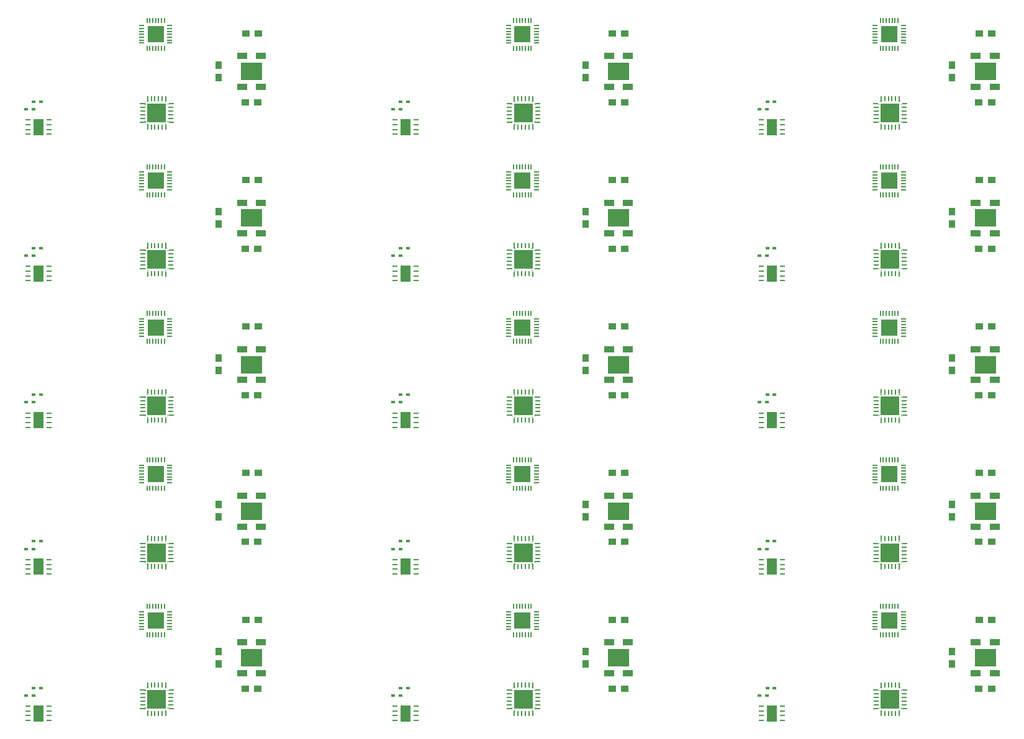
<source format=gbp>
G04*
G04 #@! TF.GenerationSoftware,Altium Limited,Altium Designer,19.0.14 (431)*
G04*
G04 Layer_Color=128*
%FSLAX44Y44*%
%MOMM*%
G71*
G01*
G75*
%ADD60R,0.5000X0.4000*%
%ADD77R,0.9000X1.0000*%
%ADD121R,0.6500X0.1500*%
%ADD122R,0.7500X0.1500*%
%ADD123R,0.1500X0.6500*%
%ADD124R,0.1500X0.7500*%
%ADD125R,2.5000X2.5000*%
%ADD126O,0.7500X0.1000*%
%ADD127O,0.1000X0.7500*%
%ADD128R,2.3000X2.3000*%
%ADD129R,3.0000X2.4000*%
%ADD130R,1.4500X0.9000*%
%ADD131R,1.0000X0.9000*%
%ADD132R,1.4000X2.2000*%
%ADD133R,0.7000X0.2000*%
G36*
X1202854Y861334D02*
X1201354D01*
Y862334D01*
X1203854D01*
X1202854Y861334D01*
D02*
G37*
G36*
X1178854D02*
X1177354D01*
X1176354Y862334D01*
X1178854D01*
Y861334D01*
D02*
G37*
G36*
X702854D02*
X701354D01*
Y862334D01*
X703854D01*
X702854Y861334D01*
D02*
G37*
G36*
X678854D02*
X677354D01*
X676354Y862334D01*
X678854D01*
Y861334D01*
D02*
G37*
G36*
X202854D02*
X201354D01*
Y862334D01*
X203854D01*
X202854Y861334D01*
D02*
G37*
G36*
X178854D02*
X177354D01*
X176354Y862334D01*
X178854D01*
Y861334D01*
D02*
G37*
G36*
X1206104Y857584D02*
X1205104D01*
Y859084D01*
X1206104Y860084D01*
Y857584D01*
D02*
G37*
G36*
X1175104Y859084D02*
Y857584D01*
X1174104D01*
Y860084D01*
X1175104Y859084D01*
D02*
G37*
G36*
X706104Y857584D02*
X705104D01*
Y859084D01*
X706104Y860084D01*
Y857584D01*
D02*
G37*
G36*
X675104Y859084D02*
Y857584D01*
X674104D01*
Y860084D01*
X675104Y859084D01*
D02*
G37*
G36*
X206104Y857584D02*
X205104D01*
Y859084D01*
X206104Y860084D01*
Y857584D01*
D02*
G37*
G36*
X175104Y859084D02*
Y857584D01*
X174104D01*
Y860084D01*
X175104Y859084D01*
D02*
G37*
G36*
X1206104Y832584D02*
X1205104Y833584D01*
Y835084D01*
X1206104D01*
Y832584D01*
D02*
G37*
G36*
X1175104Y833584D02*
X1174104Y832584D01*
Y835084D01*
X1175104D01*
Y833584D01*
D02*
G37*
G36*
X706104Y832584D02*
X705104Y833584D01*
Y835084D01*
X706104D01*
Y832584D01*
D02*
G37*
G36*
X675104Y833584D02*
X674104Y832584D01*
Y835084D01*
X675104D01*
Y833584D01*
D02*
G37*
G36*
X206104Y832584D02*
X205104Y833584D01*
Y835084D01*
X206104D01*
Y832584D01*
D02*
G37*
G36*
X175104Y833584D02*
X174104Y832584D01*
Y835084D01*
X175104D01*
Y833584D01*
D02*
G37*
G36*
X1203854Y830334D02*
X1201354D01*
Y831334D01*
X1202854D01*
X1203854Y830334D01*
D02*
G37*
G36*
X1178854D02*
X1176354D01*
X1177354Y831334D01*
X1178854D01*
Y830334D01*
D02*
G37*
G36*
X703854D02*
X701354D01*
Y831334D01*
X702854D01*
X703854Y830334D01*
D02*
G37*
G36*
X678854D02*
X676354D01*
X677354Y831334D01*
X678854D01*
Y830334D01*
D02*
G37*
G36*
X203854D02*
X201354D01*
Y831334D01*
X202854D01*
X203854Y830334D01*
D02*
G37*
G36*
X178854D02*
X176354D01*
X177354Y831334D01*
X178854D01*
Y830334D01*
D02*
G37*
G36*
X1202854Y661334D02*
X1201354D01*
Y662334D01*
X1203854D01*
X1202854Y661334D01*
D02*
G37*
G36*
X1178854D02*
X1177354D01*
X1176354Y662334D01*
X1178854D01*
Y661334D01*
D02*
G37*
G36*
X702854D02*
X701354D01*
Y662334D01*
X703854D01*
X702854Y661334D01*
D02*
G37*
G36*
X678854D02*
X677354D01*
X676354Y662334D01*
X678854D01*
Y661334D01*
D02*
G37*
G36*
X202854D02*
X201354D01*
Y662334D01*
X203854D01*
X202854Y661334D01*
D02*
G37*
G36*
X178854D02*
X177354D01*
X176354Y662334D01*
X178854D01*
Y661334D01*
D02*
G37*
G36*
X1206104Y657584D02*
X1205104D01*
Y659084D01*
X1206104Y660084D01*
Y657584D01*
D02*
G37*
G36*
X1175104Y659084D02*
Y657584D01*
X1174104D01*
Y660084D01*
X1175104Y659084D01*
D02*
G37*
G36*
X706104Y657584D02*
X705104D01*
Y659084D01*
X706104Y660084D01*
Y657584D01*
D02*
G37*
G36*
X675104Y659084D02*
Y657584D01*
X674104D01*
Y660084D01*
X675104Y659084D01*
D02*
G37*
G36*
X206104Y657584D02*
X205104D01*
Y659084D01*
X206104Y660084D01*
Y657584D01*
D02*
G37*
G36*
X175104Y659084D02*
Y657584D01*
X174104D01*
Y660084D01*
X175104Y659084D01*
D02*
G37*
G36*
X1206104Y632584D02*
X1205104Y633584D01*
Y635084D01*
X1206104D01*
Y632584D01*
D02*
G37*
G36*
X1175104Y633584D02*
X1174104Y632584D01*
Y635084D01*
X1175104D01*
Y633584D01*
D02*
G37*
G36*
X706104Y632584D02*
X705104Y633584D01*
Y635084D01*
X706104D01*
Y632584D01*
D02*
G37*
G36*
X675104Y633584D02*
X674104Y632584D01*
Y635084D01*
X675104D01*
Y633584D01*
D02*
G37*
G36*
X206104Y632584D02*
X205104Y633584D01*
Y635084D01*
X206104D01*
Y632584D01*
D02*
G37*
G36*
X175104Y633584D02*
X174104Y632584D01*
Y635084D01*
X175104D01*
Y633584D01*
D02*
G37*
G36*
X1203854Y630334D02*
X1201354D01*
Y631334D01*
X1202854D01*
X1203854Y630334D01*
D02*
G37*
G36*
X1178854D02*
X1176354D01*
X1177354Y631334D01*
X1178854D01*
Y630334D01*
D02*
G37*
G36*
X703854D02*
X701354D01*
Y631334D01*
X702854D01*
X703854Y630334D01*
D02*
G37*
G36*
X678854D02*
X676354D01*
X677354Y631334D01*
X678854D01*
Y630334D01*
D02*
G37*
G36*
X203854D02*
X201354D01*
Y631334D01*
X202854D01*
X203854Y630334D01*
D02*
G37*
G36*
X178854D02*
X176354D01*
X177354Y631334D01*
X178854D01*
Y630334D01*
D02*
G37*
G36*
X1202854Y461334D02*
X1201354D01*
Y462334D01*
X1203854D01*
X1202854Y461334D01*
D02*
G37*
G36*
X1178854D02*
X1177354D01*
X1176354Y462334D01*
X1178854D01*
Y461334D01*
D02*
G37*
G36*
X702854D02*
X701354D01*
Y462334D01*
X703854D01*
X702854Y461334D01*
D02*
G37*
G36*
X678854D02*
X677354D01*
X676354Y462334D01*
X678854D01*
Y461334D01*
D02*
G37*
G36*
X202854D02*
X201354D01*
Y462334D01*
X203854D01*
X202854Y461334D01*
D02*
G37*
G36*
X178854D02*
X177354D01*
X176354Y462334D01*
X178854D01*
Y461334D01*
D02*
G37*
G36*
X1206104Y457584D02*
X1205104D01*
Y459084D01*
X1206104Y460084D01*
Y457584D01*
D02*
G37*
G36*
X1175104Y459084D02*
Y457584D01*
X1174104D01*
Y460084D01*
X1175104Y459084D01*
D02*
G37*
G36*
X706104Y457584D02*
X705104D01*
Y459084D01*
X706104Y460084D01*
Y457584D01*
D02*
G37*
G36*
X675104Y459084D02*
Y457584D01*
X674104D01*
Y460084D01*
X675104Y459084D01*
D02*
G37*
G36*
X206104Y457584D02*
X205104D01*
Y459084D01*
X206104Y460084D01*
Y457584D01*
D02*
G37*
G36*
X175104Y459084D02*
Y457584D01*
X174104D01*
Y460084D01*
X175104Y459084D01*
D02*
G37*
G36*
X1206104Y432584D02*
X1205104Y433584D01*
Y435084D01*
X1206104D01*
Y432584D01*
D02*
G37*
G36*
X1175104Y433584D02*
X1174104Y432584D01*
Y435084D01*
X1175104D01*
Y433584D01*
D02*
G37*
G36*
X706104Y432584D02*
X705104Y433584D01*
Y435084D01*
X706104D01*
Y432584D01*
D02*
G37*
G36*
X675104Y433584D02*
X674104Y432584D01*
Y435084D01*
X675104D01*
Y433584D01*
D02*
G37*
G36*
X206104Y432584D02*
X205104Y433584D01*
Y435084D01*
X206104D01*
Y432584D01*
D02*
G37*
G36*
X175104Y433584D02*
X174104Y432584D01*
Y435084D01*
X175104D01*
Y433584D01*
D02*
G37*
G36*
X1203854Y430334D02*
X1201354D01*
Y431334D01*
X1202854D01*
X1203854Y430334D01*
D02*
G37*
G36*
X1178854D02*
X1176354D01*
X1177354Y431334D01*
X1178854D01*
Y430334D01*
D02*
G37*
G36*
X703854D02*
X701354D01*
Y431334D01*
X702854D01*
X703854Y430334D01*
D02*
G37*
G36*
X678854D02*
X676354D01*
X677354Y431334D01*
X678854D01*
Y430334D01*
D02*
G37*
G36*
X203854D02*
X201354D01*
Y431334D01*
X202854D01*
X203854Y430334D01*
D02*
G37*
G36*
X178854D02*
X176354D01*
X177354Y431334D01*
X178854D01*
Y430334D01*
D02*
G37*
G36*
X1202854Y261334D02*
X1201354D01*
Y262334D01*
X1203854D01*
X1202854Y261334D01*
D02*
G37*
G36*
X1178854D02*
X1177354D01*
X1176354Y262334D01*
X1178854D01*
Y261334D01*
D02*
G37*
G36*
X702854D02*
X701354D01*
Y262334D01*
X703854D01*
X702854Y261334D01*
D02*
G37*
G36*
X678854D02*
X677354D01*
X676354Y262334D01*
X678854D01*
Y261334D01*
D02*
G37*
G36*
X202854D02*
X201354D01*
Y262334D01*
X203854D01*
X202854Y261334D01*
D02*
G37*
G36*
X178854D02*
X177354D01*
X176354Y262334D01*
X178854D01*
Y261334D01*
D02*
G37*
G36*
X1206104Y257584D02*
X1205104D01*
Y259084D01*
X1206104Y260084D01*
Y257584D01*
D02*
G37*
G36*
X1175104Y259084D02*
Y257584D01*
X1174104D01*
Y260084D01*
X1175104Y259084D01*
D02*
G37*
G36*
X706104Y257584D02*
X705104D01*
Y259084D01*
X706104Y260084D01*
Y257584D01*
D02*
G37*
G36*
X675104Y259084D02*
Y257584D01*
X674104D01*
Y260084D01*
X675104Y259084D01*
D02*
G37*
G36*
X206104Y257584D02*
X205104D01*
Y259084D01*
X206104Y260084D01*
Y257584D01*
D02*
G37*
G36*
X175104Y259084D02*
Y257584D01*
X174104D01*
Y260084D01*
X175104Y259084D01*
D02*
G37*
G36*
X1206104Y232584D02*
X1205104Y233584D01*
Y235084D01*
X1206104D01*
Y232584D01*
D02*
G37*
G36*
X1175104Y233584D02*
X1174104Y232584D01*
Y235084D01*
X1175104D01*
Y233584D01*
D02*
G37*
G36*
X706104Y232584D02*
X705104Y233584D01*
Y235084D01*
X706104D01*
Y232584D01*
D02*
G37*
G36*
X675104Y233584D02*
X674104Y232584D01*
Y235084D01*
X675104D01*
Y233584D01*
D02*
G37*
G36*
X206104Y232584D02*
X205104Y233584D01*
Y235084D01*
X206104D01*
Y232584D01*
D02*
G37*
G36*
X175104Y233584D02*
X174104Y232584D01*
Y235084D01*
X175104D01*
Y233584D01*
D02*
G37*
G36*
X1203854Y230334D02*
X1201354D01*
Y231334D01*
X1202854D01*
X1203854Y230334D01*
D02*
G37*
G36*
X1178854D02*
X1176354D01*
X1177354Y231334D01*
X1178854D01*
Y230334D01*
D02*
G37*
G36*
X703854D02*
X701354D01*
Y231334D01*
X702854D01*
X703854Y230334D01*
D02*
G37*
G36*
X678854D02*
X676354D01*
X677354Y231334D01*
X678854D01*
Y230334D01*
D02*
G37*
G36*
X203854D02*
X201354D01*
Y231334D01*
X202854D01*
X203854Y230334D01*
D02*
G37*
G36*
X178854D02*
X176354D01*
X177354Y231334D01*
X178854D01*
Y230334D01*
D02*
G37*
G36*
X1202854Y61334D02*
X1201354D01*
Y62334D01*
X1203854D01*
X1202854Y61334D01*
D02*
G37*
G36*
X1178854D02*
X1177354D01*
X1176354Y62334D01*
X1178854D01*
Y61334D01*
D02*
G37*
G36*
X702854D02*
X701354D01*
Y62334D01*
X703854D01*
X702854Y61334D01*
D02*
G37*
G36*
X678854D02*
X677354D01*
X676354Y62334D01*
X678854D01*
Y61334D01*
D02*
G37*
G36*
X202854D02*
X201354D01*
Y62334D01*
X203854D01*
X202854Y61334D01*
D02*
G37*
G36*
X178854D02*
X177354D01*
X176354Y62334D01*
X178854D01*
Y61334D01*
D02*
G37*
G36*
X1206104Y57584D02*
X1205104D01*
Y59084D01*
X1206104Y60084D01*
Y57584D01*
D02*
G37*
G36*
X1175104Y59084D02*
Y57584D01*
X1174104D01*
Y60084D01*
X1175104Y59084D01*
D02*
G37*
G36*
X706104Y57584D02*
X705104D01*
Y59084D01*
X706104Y60084D01*
Y57584D01*
D02*
G37*
G36*
X675104Y59084D02*
Y57584D01*
X674104D01*
Y60084D01*
X675104Y59084D01*
D02*
G37*
G36*
X206104Y57584D02*
X205104D01*
Y59084D01*
X206104Y60084D01*
Y57584D01*
D02*
G37*
G36*
X175104Y59084D02*
Y57584D01*
X174104D01*
Y60084D01*
X175104Y59084D01*
D02*
G37*
G36*
X1206104Y32584D02*
X1205104Y33584D01*
Y35084D01*
X1206104D01*
Y32584D01*
D02*
G37*
G36*
X1175104Y33584D02*
X1174104Y32584D01*
Y35084D01*
X1175104D01*
Y33584D01*
D02*
G37*
G36*
X706104Y32584D02*
X705104Y33584D01*
Y35084D01*
X706104D01*
Y32584D01*
D02*
G37*
G36*
X675104Y33584D02*
X674104Y32584D01*
Y35084D01*
X675104D01*
Y33584D01*
D02*
G37*
G36*
X206104Y32584D02*
X205104Y33584D01*
Y35084D01*
X206104D01*
Y32584D01*
D02*
G37*
G36*
X175104Y33584D02*
X174104Y32584D01*
Y35084D01*
X175104D01*
Y33584D01*
D02*
G37*
G36*
X1203854Y30334D02*
X1201354D01*
Y31334D01*
X1202854D01*
X1203854Y30334D01*
D02*
G37*
G36*
X1178854D02*
X1176354D01*
X1177354Y31334D01*
X1178854D01*
Y30334D01*
D02*
G37*
G36*
X703854D02*
X701354D01*
Y31334D01*
X702854D01*
X703854Y30334D01*
D02*
G37*
G36*
X678854D02*
X676354D01*
X677354Y31334D01*
X678854D01*
Y30334D01*
D02*
G37*
G36*
X203854D02*
X201354D01*
Y31334D01*
X202854D01*
X203854Y30334D01*
D02*
G37*
G36*
X178854D02*
X176354D01*
X177354Y31334D01*
X178854D01*
Y30334D01*
D02*
G37*
D60*
X1032504Y61834D02*
D03*
X1022504D02*
D03*
X1022195Y51504D02*
D03*
X1012195D02*
D03*
X1032504Y261834D02*
D03*
X1022504D02*
D03*
X1022195Y251504D02*
D03*
X1012195D02*
D03*
X1032504Y461834D02*
D03*
X1022504D02*
D03*
X1022195Y451504D02*
D03*
X1012195D02*
D03*
X1032504Y661834D02*
D03*
X1022504D02*
D03*
X1022195Y651504D02*
D03*
X1012195D02*
D03*
X1032504Y861834D02*
D03*
X1022504D02*
D03*
X1022195Y851504D02*
D03*
X1012195D02*
D03*
X532504Y61834D02*
D03*
X522504D02*
D03*
X522195Y51504D02*
D03*
X512195D02*
D03*
X532504Y261834D02*
D03*
X522504D02*
D03*
X522195Y251504D02*
D03*
X512195D02*
D03*
X532504Y461834D02*
D03*
X522504D02*
D03*
X522195Y451504D02*
D03*
X512195D02*
D03*
X532504Y661834D02*
D03*
X522504D02*
D03*
X522195Y651504D02*
D03*
X512195D02*
D03*
X532504Y861834D02*
D03*
X522504D02*
D03*
X522195Y851504D02*
D03*
X512195D02*
D03*
X32504Y61834D02*
D03*
X22504D02*
D03*
X22195Y51504D02*
D03*
X12195D02*
D03*
X32504Y261834D02*
D03*
X22504D02*
D03*
X22195Y251504D02*
D03*
X12195D02*
D03*
X32504Y461834D02*
D03*
X22504D02*
D03*
X22195Y451504D02*
D03*
X12195D02*
D03*
X32504Y661834D02*
D03*
X22504D02*
D03*
X22195Y651504D02*
D03*
X12195D02*
D03*
X32504Y861834D02*
D03*
X22504D02*
D03*
X22195Y851504D02*
D03*
X12195D02*
D03*
D77*
X1274754Y111804D02*
D03*
Y94804D02*
D03*
Y311804D02*
D03*
Y294804D02*
D03*
Y511804D02*
D03*
Y494804D02*
D03*
Y711804D02*
D03*
Y694804D02*
D03*
Y911804D02*
D03*
Y894804D02*
D03*
X774754Y111804D02*
D03*
Y94804D02*
D03*
Y311804D02*
D03*
Y294804D02*
D03*
Y511804D02*
D03*
Y494804D02*
D03*
Y711804D02*
D03*
Y694804D02*
D03*
Y911804D02*
D03*
Y894804D02*
D03*
X274754Y111804D02*
D03*
Y94804D02*
D03*
Y311804D02*
D03*
Y294804D02*
D03*
Y511804D02*
D03*
Y494804D02*
D03*
Y711804D02*
D03*
Y694804D02*
D03*
Y911804D02*
D03*
Y894804D02*
D03*
D121*
X1209854Y58834D02*
D03*
Y33834D02*
D03*
X1170354D02*
D03*
Y58834D02*
D03*
X1209854Y258834D02*
D03*
Y233834D02*
D03*
X1170354D02*
D03*
Y258834D02*
D03*
X1209854Y458834D02*
D03*
Y433834D02*
D03*
X1170354D02*
D03*
Y458834D02*
D03*
X1209854Y658834D02*
D03*
Y633834D02*
D03*
X1170354D02*
D03*
Y658834D02*
D03*
X1209854Y858834D02*
D03*
Y833834D02*
D03*
X1170354D02*
D03*
Y858834D02*
D03*
X709854Y58834D02*
D03*
Y33834D02*
D03*
X670354D02*
D03*
Y58834D02*
D03*
X709854Y258834D02*
D03*
Y233834D02*
D03*
X670354D02*
D03*
Y258834D02*
D03*
X709854Y458834D02*
D03*
Y433834D02*
D03*
X670354D02*
D03*
Y458834D02*
D03*
X709854Y658834D02*
D03*
Y633834D02*
D03*
X670354D02*
D03*
Y658834D02*
D03*
X709854Y858834D02*
D03*
Y833834D02*
D03*
X670354D02*
D03*
Y858834D02*
D03*
X209854Y58834D02*
D03*
Y33834D02*
D03*
X170354D02*
D03*
Y58834D02*
D03*
X209854Y258834D02*
D03*
Y233834D02*
D03*
X170354D02*
D03*
Y258834D02*
D03*
X209854Y458834D02*
D03*
Y433834D02*
D03*
X170354D02*
D03*
Y458834D02*
D03*
X209854Y658834D02*
D03*
Y633834D02*
D03*
X170354D02*
D03*
Y658834D02*
D03*
X209854Y858834D02*
D03*
Y833834D02*
D03*
X170354D02*
D03*
Y858834D02*
D03*
D122*
X1209354Y53834D02*
D03*
Y48834D02*
D03*
Y43834D02*
D03*
Y38834D02*
D03*
X1170854D02*
D03*
Y43834D02*
D03*
Y48834D02*
D03*
Y53834D02*
D03*
X1209354Y253834D02*
D03*
Y248834D02*
D03*
Y243834D02*
D03*
Y238834D02*
D03*
X1170854D02*
D03*
Y243834D02*
D03*
Y248834D02*
D03*
Y253834D02*
D03*
X1209354Y453834D02*
D03*
Y448834D02*
D03*
Y443834D02*
D03*
Y438834D02*
D03*
X1170854D02*
D03*
Y443834D02*
D03*
Y448834D02*
D03*
Y453834D02*
D03*
X1209354Y653834D02*
D03*
Y648834D02*
D03*
Y643834D02*
D03*
Y638834D02*
D03*
X1170854D02*
D03*
Y643834D02*
D03*
Y648834D02*
D03*
Y653834D02*
D03*
X1209354Y853834D02*
D03*
Y848834D02*
D03*
Y843834D02*
D03*
Y838834D02*
D03*
X1170854D02*
D03*
Y843834D02*
D03*
Y848834D02*
D03*
Y853834D02*
D03*
X709354Y53834D02*
D03*
Y48834D02*
D03*
Y43834D02*
D03*
Y38834D02*
D03*
X670854D02*
D03*
Y43834D02*
D03*
Y48834D02*
D03*
Y53834D02*
D03*
X709354Y253834D02*
D03*
Y248834D02*
D03*
Y243834D02*
D03*
Y238834D02*
D03*
X670854D02*
D03*
Y243834D02*
D03*
Y248834D02*
D03*
Y253834D02*
D03*
X709354Y453834D02*
D03*
Y448834D02*
D03*
Y443834D02*
D03*
Y438834D02*
D03*
X670854D02*
D03*
Y443834D02*
D03*
Y448834D02*
D03*
Y453834D02*
D03*
X709354Y653834D02*
D03*
Y648834D02*
D03*
Y643834D02*
D03*
Y638834D02*
D03*
X670854D02*
D03*
Y643834D02*
D03*
Y648834D02*
D03*
Y653834D02*
D03*
X709354Y853834D02*
D03*
Y848834D02*
D03*
Y843834D02*
D03*
Y838834D02*
D03*
X670854D02*
D03*
Y843834D02*
D03*
Y848834D02*
D03*
Y853834D02*
D03*
X209354Y53834D02*
D03*
Y48834D02*
D03*
Y43834D02*
D03*
Y38834D02*
D03*
X170854D02*
D03*
Y43834D02*
D03*
Y48834D02*
D03*
Y53834D02*
D03*
X209354Y253834D02*
D03*
Y248834D02*
D03*
Y243834D02*
D03*
Y238834D02*
D03*
X170854D02*
D03*
Y243834D02*
D03*
Y248834D02*
D03*
Y253834D02*
D03*
X209354Y453834D02*
D03*
Y448834D02*
D03*
Y443834D02*
D03*
Y438834D02*
D03*
X170854D02*
D03*
Y443834D02*
D03*
Y448834D02*
D03*
Y453834D02*
D03*
X209354Y653834D02*
D03*
Y648834D02*
D03*
Y643834D02*
D03*
Y638834D02*
D03*
X170854D02*
D03*
Y643834D02*
D03*
Y648834D02*
D03*
Y653834D02*
D03*
X209354Y853834D02*
D03*
Y848834D02*
D03*
Y843834D02*
D03*
Y838834D02*
D03*
X170854D02*
D03*
Y843834D02*
D03*
Y848834D02*
D03*
Y853834D02*
D03*
D123*
X1202604Y26584D02*
D03*
X1177604D02*
D03*
Y66084D02*
D03*
X1202604D02*
D03*
Y226584D02*
D03*
X1177604D02*
D03*
Y266084D02*
D03*
X1202604D02*
D03*
Y426584D02*
D03*
X1177604D02*
D03*
Y466084D02*
D03*
X1202604D02*
D03*
Y626584D02*
D03*
X1177604D02*
D03*
Y666084D02*
D03*
X1202604D02*
D03*
Y826584D02*
D03*
X1177604D02*
D03*
Y866084D02*
D03*
X1202604D02*
D03*
X702604Y26584D02*
D03*
X677604D02*
D03*
Y66084D02*
D03*
X702604D02*
D03*
Y226584D02*
D03*
X677604D02*
D03*
Y266084D02*
D03*
X702604D02*
D03*
Y426584D02*
D03*
X677604D02*
D03*
Y466084D02*
D03*
X702604D02*
D03*
Y626584D02*
D03*
X677604D02*
D03*
Y666084D02*
D03*
X702604D02*
D03*
Y826584D02*
D03*
X677604D02*
D03*
Y866084D02*
D03*
X702604D02*
D03*
X202604Y26584D02*
D03*
X177604D02*
D03*
Y66084D02*
D03*
X202604D02*
D03*
Y226584D02*
D03*
X177604D02*
D03*
Y266084D02*
D03*
X202604D02*
D03*
Y426584D02*
D03*
X177604D02*
D03*
Y466084D02*
D03*
X202604D02*
D03*
Y626584D02*
D03*
X177604D02*
D03*
Y666084D02*
D03*
X202604D02*
D03*
Y826584D02*
D03*
X177604D02*
D03*
Y866084D02*
D03*
X202604D02*
D03*
D124*
X1197604Y27084D02*
D03*
X1192604D02*
D03*
X1187604D02*
D03*
X1182604D02*
D03*
Y65584D02*
D03*
X1187604D02*
D03*
X1192604D02*
D03*
X1197604D02*
D03*
Y227084D02*
D03*
X1192604D02*
D03*
X1187604D02*
D03*
X1182604D02*
D03*
Y265584D02*
D03*
X1187604D02*
D03*
X1192604D02*
D03*
X1197604D02*
D03*
Y427084D02*
D03*
X1192604D02*
D03*
X1187604D02*
D03*
X1182604D02*
D03*
Y465584D02*
D03*
X1187604D02*
D03*
X1192604D02*
D03*
X1197604D02*
D03*
Y627084D02*
D03*
X1192604D02*
D03*
X1187604D02*
D03*
X1182604D02*
D03*
Y665584D02*
D03*
X1187604D02*
D03*
X1192604D02*
D03*
X1197604D02*
D03*
Y827084D02*
D03*
X1192604D02*
D03*
X1187604D02*
D03*
X1182604D02*
D03*
Y865584D02*
D03*
X1187604D02*
D03*
X1192604D02*
D03*
X1197604D02*
D03*
X697604Y27084D02*
D03*
X692604D02*
D03*
X687604D02*
D03*
X682604D02*
D03*
Y65584D02*
D03*
X687604D02*
D03*
X692604D02*
D03*
X697604D02*
D03*
Y227084D02*
D03*
X692604D02*
D03*
X687604D02*
D03*
X682604D02*
D03*
Y265584D02*
D03*
X687604D02*
D03*
X692604D02*
D03*
X697604D02*
D03*
Y427084D02*
D03*
X692604D02*
D03*
X687604D02*
D03*
X682604D02*
D03*
Y465584D02*
D03*
X687604D02*
D03*
X692604D02*
D03*
X697604D02*
D03*
Y627084D02*
D03*
X692604D02*
D03*
X687604D02*
D03*
X682604D02*
D03*
Y665584D02*
D03*
X687604D02*
D03*
X692604D02*
D03*
X697604D02*
D03*
Y827084D02*
D03*
X692604D02*
D03*
X687604D02*
D03*
X682604D02*
D03*
Y865584D02*
D03*
X687604D02*
D03*
X692604D02*
D03*
X697604D02*
D03*
X197604Y27084D02*
D03*
X192604D02*
D03*
X187604D02*
D03*
X182604D02*
D03*
Y65584D02*
D03*
X187604D02*
D03*
X192604D02*
D03*
X197604D02*
D03*
Y227084D02*
D03*
X192604D02*
D03*
X187604D02*
D03*
X182604D02*
D03*
Y265584D02*
D03*
X187604D02*
D03*
X192604D02*
D03*
X197604D02*
D03*
Y427084D02*
D03*
X192604D02*
D03*
X187604D02*
D03*
X182604D02*
D03*
Y465584D02*
D03*
X187604D02*
D03*
X192604D02*
D03*
X197604D02*
D03*
Y627084D02*
D03*
X192604D02*
D03*
X187604D02*
D03*
X182604D02*
D03*
Y665584D02*
D03*
X187604D02*
D03*
X192604D02*
D03*
X197604D02*
D03*
Y827084D02*
D03*
X192604D02*
D03*
X187604D02*
D03*
X182604D02*
D03*
Y865584D02*
D03*
X187604D02*
D03*
X192604D02*
D03*
X197604D02*
D03*
D125*
X1190104Y46334D02*
D03*
Y246334D02*
D03*
Y446334D02*
D03*
Y646334D02*
D03*
Y846334D02*
D03*
X690104Y46334D02*
D03*
Y246334D02*
D03*
Y446334D02*
D03*
Y646334D02*
D03*
Y846334D02*
D03*
X190104Y46334D02*
D03*
Y246334D02*
D03*
Y446334D02*
D03*
Y646334D02*
D03*
Y846334D02*
D03*
D126*
X1169464Y141674D02*
D03*
Y145674D02*
D03*
Y149674D02*
D03*
Y153674D02*
D03*
Y157674D02*
D03*
Y161674D02*
D03*
Y165674D02*
D03*
X1207964D02*
D03*
Y161674D02*
D03*
Y157674D02*
D03*
Y153674D02*
D03*
Y149674D02*
D03*
Y145674D02*
D03*
Y141674D02*
D03*
X1169464Y341674D02*
D03*
Y345674D02*
D03*
Y349674D02*
D03*
Y353674D02*
D03*
Y357674D02*
D03*
Y361674D02*
D03*
Y365674D02*
D03*
X1207964D02*
D03*
Y361674D02*
D03*
Y357674D02*
D03*
Y353674D02*
D03*
Y349674D02*
D03*
Y345674D02*
D03*
Y341674D02*
D03*
X1169464Y541674D02*
D03*
Y545674D02*
D03*
Y549674D02*
D03*
Y553674D02*
D03*
Y557674D02*
D03*
Y561674D02*
D03*
Y565674D02*
D03*
X1207964D02*
D03*
Y561674D02*
D03*
Y557674D02*
D03*
Y553674D02*
D03*
Y549674D02*
D03*
Y545674D02*
D03*
Y541674D02*
D03*
X1169464Y741674D02*
D03*
Y745674D02*
D03*
Y749674D02*
D03*
Y753674D02*
D03*
Y757674D02*
D03*
Y761674D02*
D03*
Y765674D02*
D03*
X1207964D02*
D03*
Y761674D02*
D03*
Y757674D02*
D03*
Y753674D02*
D03*
Y749674D02*
D03*
Y745674D02*
D03*
Y741674D02*
D03*
X1169464Y941674D02*
D03*
Y945674D02*
D03*
Y949674D02*
D03*
Y953674D02*
D03*
Y957674D02*
D03*
Y961674D02*
D03*
Y965674D02*
D03*
X1207964D02*
D03*
Y961674D02*
D03*
Y957674D02*
D03*
Y953674D02*
D03*
Y949674D02*
D03*
Y945674D02*
D03*
Y941674D02*
D03*
X669464Y141674D02*
D03*
Y145674D02*
D03*
Y149674D02*
D03*
Y153674D02*
D03*
Y157674D02*
D03*
Y161674D02*
D03*
Y165674D02*
D03*
X707964D02*
D03*
Y161674D02*
D03*
Y157674D02*
D03*
Y153674D02*
D03*
Y149674D02*
D03*
Y145674D02*
D03*
Y141674D02*
D03*
X669464Y341674D02*
D03*
Y345674D02*
D03*
Y349674D02*
D03*
Y353674D02*
D03*
Y357674D02*
D03*
Y361674D02*
D03*
Y365674D02*
D03*
X707964D02*
D03*
Y361674D02*
D03*
Y357674D02*
D03*
Y353674D02*
D03*
Y349674D02*
D03*
Y345674D02*
D03*
Y341674D02*
D03*
X669464Y541674D02*
D03*
Y545674D02*
D03*
Y549674D02*
D03*
Y553674D02*
D03*
Y557674D02*
D03*
Y561674D02*
D03*
Y565674D02*
D03*
X707964D02*
D03*
Y561674D02*
D03*
Y557674D02*
D03*
Y553674D02*
D03*
Y549674D02*
D03*
Y545674D02*
D03*
Y541674D02*
D03*
X669464Y741674D02*
D03*
Y745674D02*
D03*
Y749674D02*
D03*
Y753674D02*
D03*
Y757674D02*
D03*
Y761674D02*
D03*
Y765674D02*
D03*
X707964D02*
D03*
Y761674D02*
D03*
Y757674D02*
D03*
Y753674D02*
D03*
Y749674D02*
D03*
Y745674D02*
D03*
Y741674D02*
D03*
X669464Y941674D02*
D03*
Y945674D02*
D03*
Y949674D02*
D03*
Y953674D02*
D03*
Y957674D02*
D03*
Y961674D02*
D03*
Y965674D02*
D03*
X707964D02*
D03*
Y961674D02*
D03*
Y957674D02*
D03*
Y953674D02*
D03*
Y949674D02*
D03*
Y945674D02*
D03*
Y941674D02*
D03*
X169464Y141674D02*
D03*
Y145674D02*
D03*
Y149674D02*
D03*
Y153674D02*
D03*
Y157674D02*
D03*
Y161674D02*
D03*
Y165674D02*
D03*
X207964D02*
D03*
Y161674D02*
D03*
Y157674D02*
D03*
Y153674D02*
D03*
Y149674D02*
D03*
Y145674D02*
D03*
Y141674D02*
D03*
X169464Y341674D02*
D03*
Y345674D02*
D03*
Y349674D02*
D03*
Y353674D02*
D03*
Y357674D02*
D03*
Y361674D02*
D03*
Y365674D02*
D03*
X207964D02*
D03*
Y361674D02*
D03*
Y357674D02*
D03*
Y353674D02*
D03*
Y349674D02*
D03*
Y345674D02*
D03*
Y341674D02*
D03*
X169464Y541674D02*
D03*
Y545674D02*
D03*
Y549674D02*
D03*
Y553674D02*
D03*
Y557674D02*
D03*
Y561674D02*
D03*
Y565674D02*
D03*
X207964D02*
D03*
Y561674D02*
D03*
Y557674D02*
D03*
Y553674D02*
D03*
Y549674D02*
D03*
Y545674D02*
D03*
Y541674D02*
D03*
X169464Y741674D02*
D03*
Y745674D02*
D03*
Y749674D02*
D03*
Y753674D02*
D03*
Y757674D02*
D03*
Y761674D02*
D03*
Y765674D02*
D03*
X207964D02*
D03*
Y761674D02*
D03*
Y757674D02*
D03*
Y753674D02*
D03*
Y749674D02*
D03*
Y745674D02*
D03*
Y741674D02*
D03*
X169464Y941674D02*
D03*
Y945674D02*
D03*
Y949674D02*
D03*
Y953674D02*
D03*
Y957674D02*
D03*
Y961674D02*
D03*
Y965674D02*
D03*
X207964D02*
D03*
Y961674D02*
D03*
Y957674D02*
D03*
Y953674D02*
D03*
Y949674D02*
D03*
Y945674D02*
D03*
Y941674D02*
D03*
D127*
X1176714Y172924D02*
D03*
X1180714D02*
D03*
X1184714D02*
D03*
X1188714D02*
D03*
X1192714D02*
D03*
X1196714D02*
D03*
X1200714D02*
D03*
Y134424D02*
D03*
X1196714D02*
D03*
X1192714D02*
D03*
X1188714D02*
D03*
X1184714D02*
D03*
X1180714D02*
D03*
X1176714D02*
D03*
Y372924D02*
D03*
X1180714D02*
D03*
X1184714D02*
D03*
X1188714D02*
D03*
X1192714D02*
D03*
X1196714D02*
D03*
X1200714D02*
D03*
Y334424D02*
D03*
X1196714D02*
D03*
X1192714D02*
D03*
X1188714D02*
D03*
X1184714D02*
D03*
X1180714D02*
D03*
X1176714D02*
D03*
Y572924D02*
D03*
X1180714D02*
D03*
X1184714D02*
D03*
X1188714D02*
D03*
X1192714D02*
D03*
X1196714D02*
D03*
X1200714D02*
D03*
Y534424D02*
D03*
X1196714D02*
D03*
X1192714D02*
D03*
X1188714D02*
D03*
X1184714D02*
D03*
X1180714D02*
D03*
X1176714D02*
D03*
Y772924D02*
D03*
X1180714D02*
D03*
X1184714D02*
D03*
X1188714D02*
D03*
X1192714D02*
D03*
X1196714D02*
D03*
X1200714D02*
D03*
Y734424D02*
D03*
X1196714D02*
D03*
X1192714D02*
D03*
X1188714D02*
D03*
X1184714D02*
D03*
X1180714D02*
D03*
X1176714D02*
D03*
Y972924D02*
D03*
X1180714D02*
D03*
X1184714D02*
D03*
X1188714D02*
D03*
X1192714D02*
D03*
X1196714D02*
D03*
X1200714D02*
D03*
Y934424D02*
D03*
X1196714D02*
D03*
X1192714D02*
D03*
X1188714D02*
D03*
X1184714D02*
D03*
X1180714D02*
D03*
X1176714D02*
D03*
X676714Y172924D02*
D03*
X680714D02*
D03*
X684714D02*
D03*
X688714D02*
D03*
X692714D02*
D03*
X696714D02*
D03*
X700714D02*
D03*
Y134424D02*
D03*
X696714D02*
D03*
X692714D02*
D03*
X688714D02*
D03*
X684714D02*
D03*
X680714D02*
D03*
X676714D02*
D03*
Y372924D02*
D03*
X680714D02*
D03*
X684714D02*
D03*
X688714D02*
D03*
X692714D02*
D03*
X696714D02*
D03*
X700714D02*
D03*
Y334424D02*
D03*
X696714D02*
D03*
X692714D02*
D03*
X688714D02*
D03*
X684714D02*
D03*
X680714D02*
D03*
X676714D02*
D03*
Y572924D02*
D03*
X680714D02*
D03*
X684714D02*
D03*
X688714D02*
D03*
X692714D02*
D03*
X696714D02*
D03*
X700714D02*
D03*
Y534424D02*
D03*
X696714D02*
D03*
X692714D02*
D03*
X688714D02*
D03*
X684714D02*
D03*
X680714D02*
D03*
X676714D02*
D03*
Y772924D02*
D03*
X680714D02*
D03*
X684714D02*
D03*
X688714D02*
D03*
X692714D02*
D03*
X696714D02*
D03*
X700714D02*
D03*
Y734424D02*
D03*
X696714D02*
D03*
X692714D02*
D03*
X688714D02*
D03*
X684714D02*
D03*
X680714D02*
D03*
X676714D02*
D03*
Y972924D02*
D03*
X680714D02*
D03*
X684714D02*
D03*
X688714D02*
D03*
X692714D02*
D03*
X696714D02*
D03*
X700714D02*
D03*
Y934424D02*
D03*
X696714D02*
D03*
X692714D02*
D03*
X688714D02*
D03*
X684714D02*
D03*
X680714D02*
D03*
X676714D02*
D03*
X176714Y172924D02*
D03*
X180714D02*
D03*
X184714D02*
D03*
X188714D02*
D03*
X192714D02*
D03*
X196714D02*
D03*
X200714D02*
D03*
Y134424D02*
D03*
X196714D02*
D03*
X192714D02*
D03*
X188714D02*
D03*
X184714D02*
D03*
X180714D02*
D03*
X176714D02*
D03*
Y372924D02*
D03*
X180714D02*
D03*
X184714D02*
D03*
X188714D02*
D03*
X192714D02*
D03*
X196714D02*
D03*
X200714D02*
D03*
Y334424D02*
D03*
X196714D02*
D03*
X192714D02*
D03*
X188714D02*
D03*
X184714D02*
D03*
X180714D02*
D03*
X176714D02*
D03*
Y572924D02*
D03*
X180714D02*
D03*
X184714D02*
D03*
X188714D02*
D03*
X192714D02*
D03*
X196714D02*
D03*
X200714D02*
D03*
Y534424D02*
D03*
X196714D02*
D03*
X192714D02*
D03*
X188714D02*
D03*
X184714D02*
D03*
X180714D02*
D03*
X176714D02*
D03*
Y772924D02*
D03*
X180714D02*
D03*
X184714D02*
D03*
X188714D02*
D03*
X192714D02*
D03*
X196714D02*
D03*
X200714D02*
D03*
Y734424D02*
D03*
X196714D02*
D03*
X192714D02*
D03*
X188714D02*
D03*
X184714D02*
D03*
X180714D02*
D03*
X176714D02*
D03*
Y972924D02*
D03*
X180714D02*
D03*
X184714D02*
D03*
X188714D02*
D03*
X192714D02*
D03*
X196714D02*
D03*
X200714D02*
D03*
Y934424D02*
D03*
X196714D02*
D03*
X192714D02*
D03*
X188714D02*
D03*
X184714D02*
D03*
X180714D02*
D03*
X176714D02*
D03*
D128*
X1188714Y153674D02*
D03*
Y353674D02*
D03*
Y553674D02*
D03*
Y753674D02*
D03*
Y953674D02*
D03*
X688714Y153674D02*
D03*
Y353674D02*
D03*
Y553674D02*
D03*
Y753674D02*
D03*
Y953674D02*
D03*
X188714Y153674D02*
D03*
Y353674D02*
D03*
Y553674D02*
D03*
Y753674D02*
D03*
Y953674D02*
D03*
D129*
X1319695Y102956D02*
D03*
Y302956D02*
D03*
Y502956D02*
D03*
Y702956D02*
D03*
Y902956D02*
D03*
X819695Y102956D02*
D03*
Y302956D02*
D03*
Y502956D02*
D03*
Y702956D02*
D03*
Y902956D02*
D03*
X319695Y102956D02*
D03*
Y302956D02*
D03*
Y502956D02*
D03*
Y702956D02*
D03*
Y902956D02*
D03*
D130*
X1306945Y81956D02*
D03*
X1332445Y123956D02*
D03*
X1306945D02*
D03*
X1332445Y81956D02*
D03*
X1306945Y281956D02*
D03*
X1332445Y323956D02*
D03*
X1306945D02*
D03*
X1332445Y281956D02*
D03*
X1306945Y481956D02*
D03*
X1332445Y523956D02*
D03*
X1306945D02*
D03*
X1332445Y481956D02*
D03*
X1306945Y681956D02*
D03*
X1332445Y723956D02*
D03*
X1306945D02*
D03*
X1332445Y681956D02*
D03*
X1306945Y881956D02*
D03*
X1332445Y923956D02*
D03*
X1306945D02*
D03*
X1332445Y881956D02*
D03*
X806945Y81956D02*
D03*
X832445Y123956D02*
D03*
X806945D02*
D03*
X832445Y81956D02*
D03*
X806945Y281956D02*
D03*
X832445Y323956D02*
D03*
X806945D02*
D03*
X832445Y281956D02*
D03*
X806945Y481956D02*
D03*
X832445Y523956D02*
D03*
X806945D02*
D03*
X832445Y481956D02*
D03*
X806945Y681956D02*
D03*
X832445Y723956D02*
D03*
X806945D02*
D03*
X832445Y681956D02*
D03*
X806945Y881956D02*
D03*
X832445Y923956D02*
D03*
X806945D02*
D03*
X832445Y881956D02*
D03*
X306945Y81956D02*
D03*
X332445Y123956D02*
D03*
X306945D02*
D03*
X332445Y81956D02*
D03*
X306945Y281956D02*
D03*
X332445Y323956D02*
D03*
X306945D02*
D03*
X332445Y281956D02*
D03*
X306945Y481956D02*
D03*
X332445Y523956D02*
D03*
X306945D02*
D03*
X332445Y481956D02*
D03*
X306945Y681956D02*
D03*
X332445Y723956D02*
D03*
X306945D02*
D03*
X332445Y681956D02*
D03*
X306945Y881956D02*
D03*
X332445Y923956D02*
D03*
X306945D02*
D03*
X332445Y881956D02*
D03*
D131*
X1311194Y61004D02*
D03*
X1328194D02*
D03*
X1311395Y155004D02*
D03*
X1328395D02*
D03*
X1311194Y261004D02*
D03*
X1328194D02*
D03*
X1311395Y355004D02*
D03*
X1328395D02*
D03*
X1311194Y461004D02*
D03*
X1328194D02*
D03*
X1311395Y555004D02*
D03*
X1328395D02*
D03*
X1311194Y661004D02*
D03*
X1328194D02*
D03*
X1311395Y755004D02*
D03*
X1328395D02*
D03*
X1311194Y861004D02*
D03*
X1328194D02*
D03*
X1311395Y955004D02*
D03*
X1328395D02*
D03*
X811194Y61004D02*
D03*
X828194D02*
D03*
X811395Y155004D02*
D03*
X828395D02*
D03*
X811194Y261004D02*
D03*
X828194D02*
D03*
X811395Y355004D02*
D03*
X828395D02*
D03*
X811194Y461004D02*
D03*
X828194D02*
D03*
X811395Y555004D02*
D03*
X828395D02*
D03*
X811194Y661004D02*
D03*
X828194D02*
D03*
X811395Y755004D02*
D03*
X828395D02*
D03*
X811194Y861004D02*
D03*
X828194D02*
D03*
X811395Y955004D02*
D03*
X828395D02*
D03*
X311194Y61004D02*
D03*
X328194D02*
D03*
X311395Y155004D02*
D03*
X328395D02*
D03*
X311194Y261004D02*
D03*
X328194D02*
D03*
X311395Y355004D02*
D03*
X328395D02*
D03*
X311194Y461004D02*
D03*
X328194D02*
D03*
X311395Y555004D02*
D03*
X328395D02*
D03*
X311194Y661004D02*
D03*
X328194D02*
D03*
X311395Y755004D02*
D03*
X328395D02*
D03*
X311194Y861004D02*
D03*
X328194D02*
D03*
X311395Y955004D02*
D03*
X328395D02*
D03*
D132*
X1029174Y27084D02*
D03*
Y227084D02*
D03*
Y427084D02*
D03*
Y627084D02*
D03*
Y827084D02*
D03*
X529174Y27084D02*
D03*
Y227084D02*
D03*
Y427084D02*
D03*
Y627084D02*
D03*
Y827084D02*
D03*
X29174Y27084D02*
D03*
Y227084D02*
D03*
Y427084D02*
D03*
Y627084D02*
D03*
Y827084D02*
D03*
D133*
X1014724Y17334D02*
D03*
Y23834D02*
D03*
Y30334D02*
D03*
Y36834D02*
D03*
X1043624Y17334D02*
D03*
Y23834D02*
D03*
Y30334D02*
D03*
Y36834D02*
D03*
X1014724Y217334D02*
D03*
Y223834D02*
D03*
Y230334D02*
D03*
Y236834D02*
D03*
X1043624Y217334D02*
D03*
Y223834D02*
D03*
Y230334D02*
D03*
Y236834D02*
D03*
X1014724Y417334D02*
D03*
Y423834D02*
D03*
Y430334D02*
D03*
Y436834D02*
D03*
X1043624Y417334D02*
D03*
Y423834D02*
D03*
Y430334D02*
D03*
Y436834D02*
D03*
X1014724Y617334D02*
D03*
Y623834D02*
D03*
Y630334D02*
D03*
Y636834D02*
D03*
X1043624Y617334D02*
D03*
Y623834D02*
D03*
Y630334D02*
D03*
Y636834D02*
D03*
X1014724Y817334D02*
D03*
Y823834D02*
D03*
Y830334D02*
D03*
Y836834D02*
D03*
X1043624Y817334D02*
D03*
Y823834D02*
D03*
Y830334D02*
D03*
Y836834D02*
D03*
X514724Y17334D02*
D03*
Y23834D02*
D03*
Y30334D02*
D03*
Y36834D02*
D03*
X543624Y17334D02*
D03*
Y23834D02*
D03*
Y30334D02*
D03*
Y36834D02*
D03*
X514724Y217334D02*
D03*
Y223834D02*
D03*
Y230334D02*
D03*
Y236834D02*
D03*
X543624Y217334D02*
D03*
Y223834D02*
D03*
Y230334D02*
D03*
Y236834D02*
D03*
X514724Y417334D02*
D03*
Y423834D02*
D03*
Y430334D02*
D03*
Y436834D02*
D03*
X543624Y417334D02*
D03*
Y423834D02*
D03*
Y430334D02*
D03*
Y436834D02*
D03*
X514724Y617334D02*
D03*
Y623834D02*
D03*
Y630334D02*
D03*
Y636834D02*
D03*
X543624Y617334D02*
D03*
Y623834D02*
D03*
Y630334D02*
D03*
Y636834D02*
D03*
X514724Y817334D02*
D03*
Y823834D02*
D03*
Y830334D02*
D03*
Y836834D02*
D03*
X543624Y817334D02*
D03*
Y823834D02*
D03*
Y830334D02*
D03*
Y836834D02*
D03*
X14724Y17334D02*
D03*
Y23834D02*
D03*
Y30334D02*
D03*
Y36834D02*
D03*
X43624Y17334D02*
D03*
Y23834D02*
D03*
Y30334D02*
D03*
Y36834D02*
D03*
X14724Y217334D02*
D03*
Y223834D02*
D03*
Y230334D02*
D03*
Y236834D02*
D03*
X43624Y217334D02*
D03*
Y223834D02*
D03*
Y230334D02*
D03*
Y236834D02*
D03*
X14724Y417334D02*
D03*
Y423834D02*
D03*
Y430334D02*
D03*
Y436834D02*
D03*
X43624Y417334D02*
D03*
Y423834D02*
D03*
Y430334D02*
D03*
Y436834D02*
D03*
X14724Y617334D02*
D03*
Y623834D02*
D03*
Y630334D02*
D03*
Y636834D02*
D03*
X43624Y617334D02*
D03*
Y623834D02*
D03*
Y630334D02*
D03*
Y636834D02*
D03*
X14724Y817334D02*
D03*
Y823834D02*
D03*
Y830334D02*
D03*
Y836834D02*
D03*
X43624Y817334D02*
D03*
Y823834D02*
D03*
Y830334D02*
D03*
Y836834D02*
D03*
M02*

</source>
